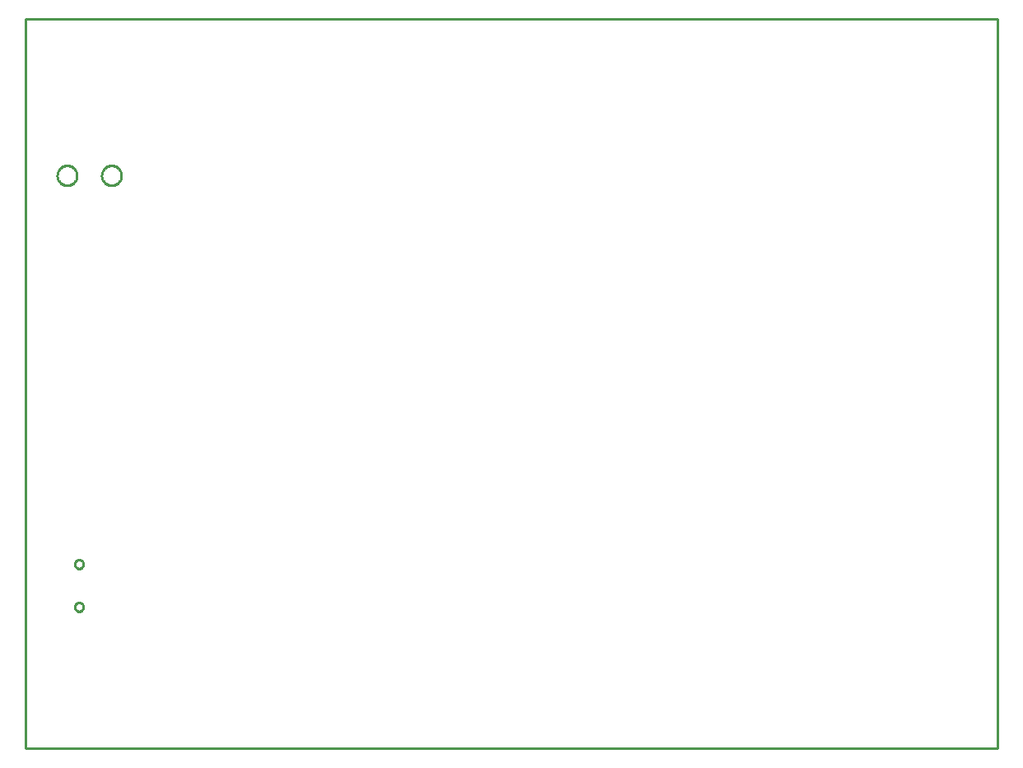
<source format=gbr>
G04 EAGLE Gerber RS-274X export*
G75*
%MOMM*%
%FSLAX34Y34*%
%LPD*%
%IN*%
%IPPOS*%
%AMOC8*
5,1,8,0,0,1.08239X$1,22.5*%
G01*
%ADD10C,0.254000*%


D10*
X0Y0D02*
X1000000Y0D01*
X1000000Y750000D01*
X0Y750000D01*
X0Y0D01*
X52760Y588956D02*
X52683Y588073D01*
X52529Y587199D01*
X52299Y586342D01*
X51996Y585508D01*
X51621Y584704D01*
X51177Y583936D01*
X50668Y583209D01*
X50098Y582529D01*
X49471Y581902D01*
X48791Y581332D01*
X48064Y580823D01*
X47296Y580379D01*
X46492Y580004D01*
X45658Y579701D01*
X44801Y579471D01*
X43927Y579317D01*
X43044Y579240D01*
X42156Y579240D01*
X41273Y579317D01*
X40399Y579471D01*
X39542Y579701D01*
X38708Y580004D01*
X37904Y580379D01*
X37136Y580823D01*
X36409Y581332D01*
X35729Y581902D01*
X35102Y582529D01*
X34532Y583209D01*
X34023Y583936D01*
X33579Y584704D01*
X33204Y585508D01*
X32901Y586342D01*
X32671Y587199D01*
X32517Y588073D01*
X32440Y588956D01*
X32440Y589844D01*
X32517Y590727D01*
X32671Y591601D01*
X32901Y592458D01*
X33204Y593292D01*
X33579Y594096D01*
X34023Y594864D01*
X34532Y595591D01*
X35102Y596271D01*
X35729Y596898D01*
X36409Y597468D01*
X37136Y597977D01*
X37904Y598421D01*
X38708Y598796D01*
X39542Y599099D01*
X40399Y599329D01*
X41273Y599483D01*
X42156Y599560D01*
X43044Y599560D01*
X43927Y599483D01*
X44801Y599329D01*
X45658Y599099D01*
X46492Y598796D01*
X47296Y598421D01*
X48064Y597977D01*
X48791Y597468D01*
X49471Y596898D01*
X50098Y596271D01*
X50668Y595591D01*
X51177Y594864D01*
X51621Y594096D01*
X51996Y593292D01*
X52299Y592458D01*
X52529Y591601D01*
X52683Y590727D01*
X52760Y589844D01*
X52760Y588956D01*
X98480Y588956D02*
X98403Y588073D01*
X98249Y587199D01*
X98019Y586342D01*
X97716Y585508D01*
X97341Y584704D01*
X96897Y583936D01*
X96388Y583209D01*
X95818Y582529D01*
X95191Y581902D01*
X94511Y581332D01*
X93784Y580823D01*
X93016Y580379D01*
X92212Y580004D01*
X91378Y579701D01*
X90521Y579471D01*
X89647Y579317D01*
X88764Y579240D01*
X87876Y579240D01*
X86993Y579317D01*
X86119Y579471D01*
X85262Y579701D01*
X84428Y580004D01*
X83624Y580379D01*
X82856Y580823D01*
X82129Y581332D01*
X81449Y581902D01*
X80822Y582529D01*
X80252Y583209D01*
X79743Y583936D01*
X79299Y584704D01*
X78924Y585508D01*
X78621Y586342D01*
X78391Y587199D01*
X78237Y588073D01*
X78160Y588956D01*
X78160Y589844D01*
X78237Y590727D01*
X78391Y591601D01*
X78621Y592458D01*
X78924Y593292D01*
X79299Y594096D01*
X79743Y594864D01*
X80252Y595591D01*
X80822Y596271D01*
X81449Y596898D01*
X82129Y597468D01*
X82856Y597977D01*
X83624Y598421D01*
X84428Y598796D01*
X85262Y599099D01*
X86119Y599329D01*
X86993Y599483D01*
X87876Y599560D01*
X88764Y599560D01*
X89647Y599483D01*
X90521Y599329D01*
X91378Y599099D01*
X92212Y598796D01*
X93016Y598421D01*
X93784Y597977D01*
X94511Y597468D01*
X95191Y596898D01*
X95818Y596271D01*
X96388Y595591D01*
X96897Y594864D01*
X97341Y594096D01*
X97716Y593292D01*
X98019Y592458D01*
X98249Y591601D01*
X98403Y590727D01*
X98480Y589844D01*
X98480Y588956D01*
X59500Y189205D02*
X59423Y188620D01*
X59270Y188050D01*
X59045Y187505D01*
X58750Y186995D01*
X58391Y186527D01*
X57973Y186109D01*
X57505Y185750D01*
X56995Y185455D01*
X56450Y185230D01*
X55880Y185077D01*
X55295Y185000D01*
X54705Y185000D01*
X54120Y185077D01*
X53550Y185230D01*
X53005Y185455D01*
X52495Y185750D01*
X52027Y186109D01*
X51609Y186527D01*
X51250Y186995D01*
X50955Y187505D01*
X50730Y188050D01*
X50577Y188620D01*
X50500Y189205D01*
X50500Y189795D01*
X50577Y190380D01*
X50730Y190950D01*
X50955Y191495D01*
X51250Y192005D01*
X51609Y192473D01*
X52027Y192891D01*
X52495Y193250D01*
X53005Y193545D01*
X53550Y193770D01*
X54120Y193923D01*
X54705Y194000D01*
X55295Y194000D01*
X55880Y193923D01*
X56450Y193770D01*
X56995Y193545D01*
X57505Y193250D01*
X57973Y192891D01*
X58391Y192473D01*
X58750Y192005D01*
X59045Y191495D01*
X59270Y190950D01*
X59423Y190380D01*
X59500Y189795D01*
X59500Y189205D01*
X59500Y145205D02*
X59423Y144620D01*
X59270Y144050D01*
X59045Y143505D01*
X58750Y142995D01*
X58391Y142527D01*
X57973Y142109D01*
X57505Y141750D01*
X56995Y141455D01*
X56450Y141230D01*
X55880Y141077D01*
X55295Y141000D01*
X54705Y141000D01*
X54120Y141077D01*
X53550Y141230D01*
X53005Y141455D01*
X52495Y141750D01*
X52027Y142109D01*
X51609Y142527D01*
X51250Y142995D01*
X50955Y143505D01*
X50730Y144050D01*
X50577Y144620D01*
X50500Y145205D01*
X50500Y145795D01*
X50577Y146380D01*
X50730Y146950D01*
X50955Y147495D01*
X51250Y148005D01*
X51609Y148473D01*
X52027Y148891D01*
X52495Y149250D01*
X53005Y149545D01*
X53550Y149770D01*
X54120Y149923D01*
X54705Y150000D01*
X55295Y150000D01*
X55880Y149923D01*
X56450Y149770D01*
X56995Y149545D01*
X57505Y149250D01*
X57973Y148891D01*
X58391Y148473D01*
X58750Y148005D01*
X59045Y147495D01*
X59270Y146950D01*
X59423Y146380D01*
X59500Y145795D01*
X59500Y145205D01*
M02*

</source>
